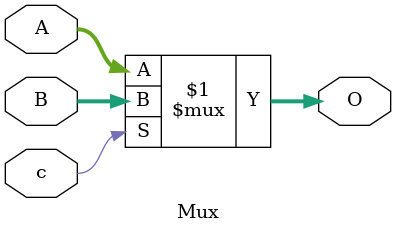
<source format=v>
`timescale 1ns / 1ps
module Mux(c,A,B,O);
parameter N=32;
input c;
input [N-1:0] A,B;
output [N-1:0] O;
assign O=c ? B:A;
endmodule

</source>
